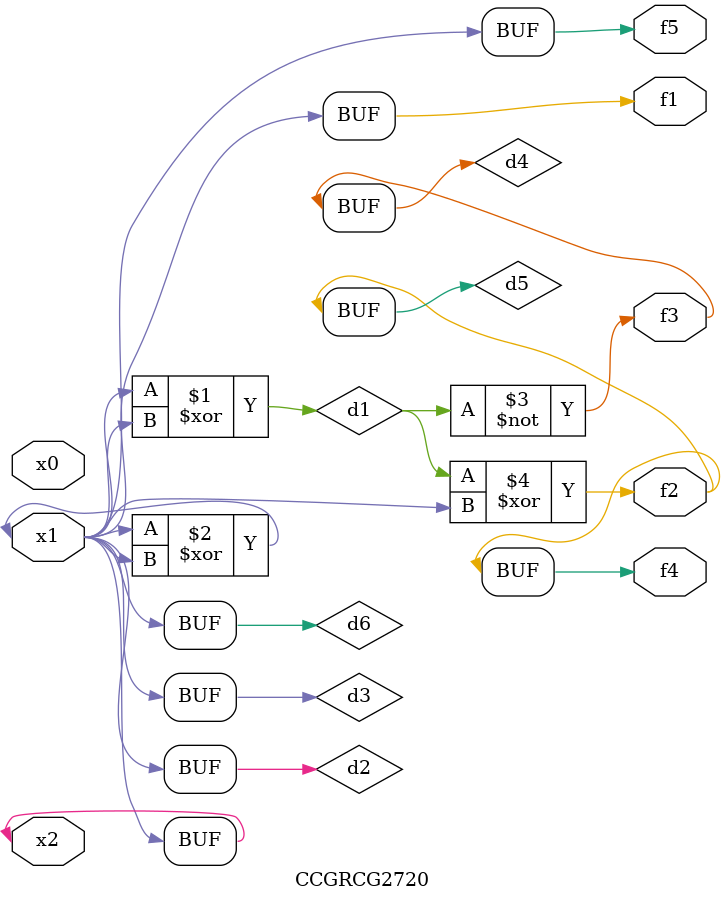
<source format=v>
module CCGRCG2720(
	input x0, x1, x2,
	output f1, f2, f3, f4, f5
);

	wire d1, d2, d3, d4, d5, d6;

	xor (d1, x1, x2);
	buf (d2, x1, x2);
	xor (d3, x1, x2);
	nor (d4, d1);
	xor (d5, d1, d2);
	buf (d6, d2, d3);
	assign f1 = d6;
	assign f2 = d5;
	assign f3 = d4;
	assign f4 = d5;
	assign f5 = d6;
endmodule

</source>
